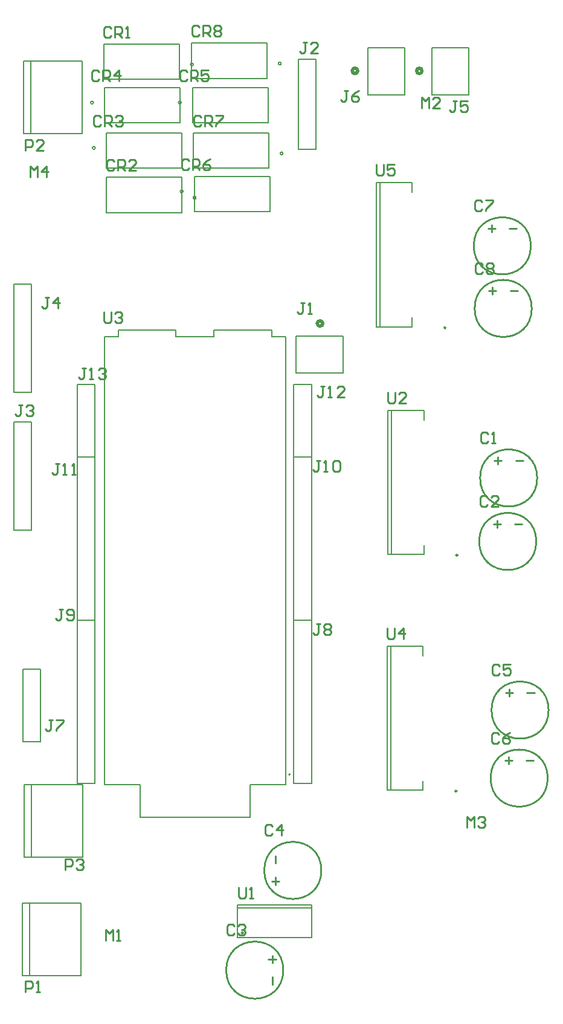
<source format=gbr>
%TF.GenerationSoftware,Altium Limited,Altium Designer,25.8.1 (18)*%
G04 Layer_Color=65535*
%FSLAX45Y45*%
%MOMM*%
%TF.SameCoordinates,1B6F2BE7-5339-4887-9720-52C865558AB3*%
%TF.FilePolarity,Positive*%
%TF.FileFunction,Legend,Top*%
%TF.Part,Single*%
G01*
G75*
%TA.AperFunction,NonConductor*%
%ADD34C,0.25400*%
%ADD35C,0.50800*%
%ADD36C,0.20000*%
%ADD37C,0.25000*%
%ADD38C,0.15240*%
%ADD39C,0.12700*%
D34*
X14316800Y5384800D02*
G03*
X14316800Y5384800I-400000J0D01*
G01*
X14067599Y11887200D02*
G03*
X14067599Y11887200I-400000J0D01*
G01*
X14080299Y11010900D02*
G03*
X14080299Y11010900I-400000J0D01*
G01*
X11131500Y3139300D02*
G03*
X11131500Y3139300I-400000J0D01*
G01*
X10598100Y1742300D02*
G03*
X10598100Y1742300I-400000J0D01*
G01*
X14143800Y7747000D02*
G03*
X14143800Y7747000I-400000J0D01*
G01*
X14156500Y8636000D02*
G03*
X14156500Y8636000I-400000J0D01*
G01*
X14304100Y4432300D02*
G03*
X14304100Y4432300I-400000J0D01*
G01*
X14014301Y5629800D02*
X14119299D01*
X13714301D02*
X13819299D01*
X13766800Y5577300D02*
Y5682300D01*
X13517599Y12079700D02*
Y12184700D01*
X13465100Y12132200D02*
X13570100D01*
X13765100D02*
X13870100D01*
X13530299Y11203400D02*
Y11308400D01*
X13477800Y11255900D02*
X13582800D01*
X13777800D02*
X13882800D01*
X10434000Y2989300D02*
X10539000D01*
X10486500Y2936800D02*
Y3041800D01*
Y3236800D02*
Y3341800D01*
X10390600Y1892300D02*
X10495600D01*
X10443100Y1839800D02*
Y1944800D01*
Y1539800D02*
Y1644800D01*
X13593800Y7939500D02*
Y8044500D01*
X13541299Y7992000D02*
X13646300D01*
X13841299D02*
X13946300D01*
X13606500Y8828500D02*
Y8933500D01*
X13553999Y8881000D02*
X13659000D01*
X13853999D02*
X13959000D01*
X13754100Y4624800D02*
Y4729800D01*
X13701601Y4677300D02*
X13806599D01*
X14001601D02*
X14106599D01*
X7315208Y11163275D02*
X7264425D01*
X7289817D01*
Y11036317D01*
X7264425Y11010925D01*
X7239033D01*
X7213641Y11036317D01*
X7442167Y11010925D02*
Y11163275D01*
X7365992Y11087100D01*
X7467559D01*
X13632147Y5999439D02*
X13606755Y6024831D01*
X13555972D01*
X13530580Y5999439D01*
Y5897872D01*
X13555972Y5872480D01*
X13606755D01*
X13632147Y5897872D01*
X13784499Y6024831D02*
X13682932D01*
Y5948655D01*
X13733714Y5974047D01*
X13759106D01*
X13784499Y5948655D01*
Y5897872D01*
X13759106Y5872480D01*
X13708324D01*
X13682932Y5897872D01*
X11112529Y8877275D02*
X11061745D01*
X11087137D01*
Y8750317D01*
X11061745Y8724925D01*
X11036354D01*
X11010962Y8750317D01*
X11163312Y8724925D02*
X11214096D01*
X11188704D01*
Y8877275D01*
X11163312Y8851883D01*
X11290271D02*
X11315663Y8877275D01*
X11366447D01*
X11391839Y8851883D01*
Y8750317D01*
X11366447Y8724925D01*
X11315663D01*
X11290271Y8750317D01*
Y8851883D01*
X10894027Y11092131D02*
X10843243D01*
X10868635D01*
Y10965172D01*
X10843243Y10939780D01*
X10817852D01*
X10792460Y10965172D01*
X10944811Y10939780D02*
X10995594D01*
X10970203D01*
Y11092131D01*
X10944811Y11066739D01*
X11112508Y6591275D02*
X11061725D01*
X11087117D01*
Y6464317D01*
X11061725Y6438925D01*
X11036333D01*
X11010941Y6464317D01*
X11163292Y6565883D02*
X11188684Y6591275D01*
X11239467D01*
X11264859Y6565883D01*
Y6540492D01*
X11239467Y6515100D01*
X11264859Y6489708D01*
Y6464317D01*
X11239467Y6438925D01*
X11188684D01*
X11163292Y6464317D01*
Y6489708D01*
X11188684Y6515100D01*
X11163292Y6540492D01*
Y6565883D01*
X11188684Y6515100D02*
X11239467D01*
X11176029Y9918675D02*
X11125245D01*
X11150637D01*
Y9791717D01*
X11125245Y9766325D01*
X11099854D01*
X11074462Y9791717D01*
X11226812Y9766325D02*
X11277596D01*
X11252204D01*
Y9918675D01*
X11226812Y9893283D01*
X11455339Y9766325D02*
X11353771D01*
X11455339Y9867892D01*
Y9893283D01*
X11429947Y9918675D01*
X11379163D01*
X11353771Y9893283D01*
X7505708Y6794475D02*
X7454925D01*
X7480317D01*
Y6667517D01*
X7454925Y6642125D01*
X7429533D01*
X7404141Y6667517D01*
X7556492D02*
X7581884Y6642125D01*
X7632667D01*
X7658059Y6667517D01*
Y6769083D01*
X7632667Y6794475D01*
X7581884D01*
X7556492Y6769083D01*
Y6743692D01*
X7581884Y6718300D01*
X7658059D01*
X7454921Y8839175D02*
X7404137D01*
X7429529D01*
Y8712217D01*
X7404137Y8686825D01*
X7378745D01*
X7353354Y8712217D01*
X7505704Y8686825D02*
X7556488D01*
X7531096D01*
Y8839175D01*
X7505704Y8813783D01*
X7632663Y8686825D02*
X7683447D01*
X7658055D01*
Y8839175D01*
X7632663Y8813783D01*
X7830787Y10177731D02*
X7780003D01*
X7805395D01*
Y10050772D01*
X7780003Y10025380D01*
X7754612D01*
X7729220Y10050772D01*
X7881571Y10025380D02*
X7932354D01*
X7906963D01*
Y10177731D01*
X7881571Y10152339D01*
X8008530D02*
X8033921Y10177731D01*
X8084705D01*
X8110097Y10152339D01*
Y10126947D01*
X8084705Y10101555D01*
X8059313D01*
X8084705D01*
X8110097Y10076163D01*
Y10050772D01*
X8084705Y10025380D01*
X8033921D01*
X8008530Y10050772D01*
X7053580Y12847321D02*
Y12999670D01*
X7104363Y12948888D01*
X7155147Y12999670D01*
Y12847321D01*
X7282106D02*
Y12999670D01*
X7205931Y12923495D01*
X7307498D01*
X13174980Y3741420D02*
Y3893771D01*
X13225763Y3842987D01*
X13276547Y3893771D01*
Y3741420D01*
X13327332Y3868379D02*
X13352724Y3893771D01*
X13403506D01*
X13428899Y3868379D01*
Y3842987D01*
X13403506Y3817595D01*
X13378114D01*
X13403506D01*
X13428899Y3792203D01*
Y3766812D01*
X13403506Y3741420D01*
X13352724D01*
X13327332Y3766812D01*
X12539980Y13812520D02*
Y13964871D01*
X12590763Y13914087D01*
X12641547Y13964871D01*
Y13812520D01*
X12793898D02*
X12692331D01*
X12793898Y13914087D01*
Y13939479D01*
X12768506Y13964871D01*
X12717723D01*
X12692331Y13939479D01*
X8107680Y2153920D02*
Y2306271D01*
X8158463Y2255487D01*
X8209247Y2306271D01*
Y2153920D01*
X8260031D02*
X8310814D01*
X8285423D01*
Y2306271D01*
X8260031Y2280879D01*
X10929587Y14737032D02*
X10878803D01*
X10904195D01*
Y14610072D01*
X10878803Y14584680D01*
X10853412D01*
X10828020Y14610072D01*
X11081938Y14584680D02*
X10980371D01*
X11081938Y14686247D01*
Y14711639D01*
X11056546Y14737032D01*
X11005763D01*
X10980371Y14711639D01*
X11899900Y13025072D02*
Y12898112D01*
X11925292Y12872720D01*
X11976075D01*
X12001467Y12898112D01*
Y13025072D01*
X12153818D02*
X12052251D01*
Y12948895D01*
X12103034Y12974287D01*
X12128426D01*
X12153818Y12948895D01*
Y12898112D01*
X12128426Y12872720D01*
X12077643D01*
X12052251Y12898112D01*
X12052300Y6535371D02*
Y6408412D01*
X12077692Y6383020D01*
X12128475D01*
X12153867Y6408412D01*
Y6535371D01*
X12280826Y6383020D02*
Y6535371D01*
X12204651Y6459195D01*
X12306218D01*
X8087360Y10960051D02*
Y10833092D01*
X8112752Y10807700D01*
X8163535D01*
X8188927Y10833092D01*
Y10960051D01*
X8239711Y10934659D02*
X8265103Y10960051D01*
X8315886D01*
X8341278Y10934659D01*
Y10909267D01*
X8315886Y10883875D01*
X8290494D01*
X8315886D01*
X8341278Y10858483D01*
Y10833092D01*
X8315886Y10807700D01*
X8265103D01*
X8239711Y10833092D01*
X12065000Y9837371D02*
Y9710412D01*
X12090392Y9685020D01*
X12141175D01*
X12166567Y9710412D01*
Y9837371D01*
X12318918Y9685020D02*
X12217351D01*
X12318918Y9786587D01*
Y9811979D01*
X12293526Y9837371D01*
X12242743D01*
X12217351Y9811979D01*
X9972040Y2898091D02*
Y2771132D01*
X9997432Y2745740D01*
X10048215D01*
X10073607Y2771132D01*
Y2898091D01*
X10124391Y2745740D02*
X10175174D01*
X10149783D01*
Y2898091D01*
X10124391Y2872699D01*
X7543841Y3149625D02*
Y3301975D01*
X7620017D01*
X7645408Y3276583D01*
Y3225800D01*
X7620017Y3200408D01*
X7543841D01*
X7696192Y3276583D02*
X7721584Y3301975D01*
X7772367D01*
X7797759Y3276583D01*
Y3251192D01*
X7772367Y3225800D01*
X7746975D01*
X7772367D01*
X7797759Y3200408D01*
Y3175017D01*
X7772367Y3149625D01*
X7721584D01*
X7696192Y3175017D01*
X6985041Y13220724D02*
Y13373074D01*
X7061217D01*
X7086608Y13347684D01*
Y13296899D01*
X7061217Y13271507D01*
X6985041D01*
X7238959Y13220724D02*
X7137392D01*
X7238959Y13322292D01*
Y13347684D01*
X7213567Y13373074D01*
X7162784D01*
X7137392Y13347684D01*
X6985033Y1435125D02*
Y1587475D01*
X7061208D01*
X7086600Y1562083D01*
Y1511300D01*
X7061208Y1485908D01*
X6985033D01*
X7137384Y1435125D02*
X7188167D01*
X7162776D01*
Y1587475D01*
X7137384Y1562083D01*
X7366008Y5245075D02*
X7315225D01*
X7340617D01*
Y5118117D01*
X7315225Y5092725D01*
X7289833D01*
X7264441Y5118117D01*
X7416792Y5245075D02*
X7518359D01*
Y5219683D01*
X7416792Y5118117D01*
Y5092725D01*
X11506208Y14058875D02*
X11455425D01*
X11480817D01*
Y13931917D01*
X11455425Y13906525D01*
X11430033D01*
X11404641Y13931917D01*
X11658559Y14058875D02*
X11607775Y14033482D01*
X11556992Y13982700D01*
Y13931917D01*
X11582384Y13906525D01*
X11633167D01*
X11658559Y13931917D01*
Y13957307D01*
X11633167Y13982700D01*
X11556992D01*
X13030208Y13919176D02*
X12979425D01*
X13004817D01*
Y13792216D01*
X12979425Y13766824D01*
X12954033D01*
X12928641Y13792216D01*
X13182559Y13919176D02*
X13080992D01*
Y13842999D01*
X13131775Y13868391D01*
X13157167D01*
X13182559Y13842999D01*
Y13792216D01*
X13157167Y13766824D01*
X13106384D01*
X13080992Y13792216D01*
X6941787Y9657031D02*
X6891003D01*
X6916395D01*
Y9530072D01*
X6891003Y9504680D01*
X6865612D01*
X6840220Y9530072D01*
X6992571Y9631639D02*
X7017963Y9657031D01*
X7068746D01*
X7094138Y9631639D01*
Y9606247D01*
X7068746Y9580855D01*
X7043354D01*
X7068746D01*
X7094138Y9555463D01*
Y9530072D01*
X7068746Y9504680D01*
X7017963D01*
X6992571Y9530072D01*
X9420827Y14950398D02*
X9395435Y14975790D01*
X9344652D01*
X9319260Y14950398D01*
Y14848833D01*
X9344652Y14823441D01*
X9395435D01*
X9420827Y14848833D01*
X9471611Y14823441D02*
Y14975790D01*
X9547786D01*
X9573178Y14950398D01*
Y14899615D01*
X9547786Y14874223D01*
X9471611D01*
X9522394D02*
X9573178Y14823441D01*
X9623961Y14950398D02*
X9649353Y14975790D01*
X9700137D01*
X9725529Y14950398D01*
Y14925008D01*
X9700137Y14899615D01*
X9725529Y14874223D01*
Y14848833D01*
X9700137Y14823441D01*
X9649353D01*
X9623961Y14848833D01*
Y14874223D01*
X9649353Y14899615D01*
X9623961Y14925008D01*
Y14950398D01*
X9649353Y14899615D02*
X9700137D01*
X9446227Y13690559D02*
X9420835Y13715952D01*
X9370052D01*
X9344660Y13690559D01*
Y13588992D01*
X9370052Y13563600D01*
X9420835D01*
X9446227Y13588992D01*
X9497011Y13563600D02*
Y13715952D01*
X9573186D01*
X9598578Y13690559D01*
Y13639775D01*
X9573186Y13614383D01*
X9497011D01*
X9547794D02*
X9598578Y13563600D01*
X9649361Y13715952D02*
X9750929D01*
Y13690559D01*
X9649361Y13588992D01*
Y13563600D01*
X9273507Y13080959D02*
X9248115Y13106351D01*
X9197332D01*
X9171940Y13080959D01*
Y12979391D01*
X9197332Y12953999D01*
X9248115D01*
X9273507Y12979391D01*
X9324291Y12953999D02*
Y13106351D01*
X9400466D01*
X9425858Y13080959D01*
Y13030174D01*
X9400466Y13004784D01*
X9324291D01*
X9375074D02*
X9425858Y12953999D01*
X9578209Y13106351D02*
X9527425Y13080959D01*
X9476641Y13030174D01*
Y12979391D01*
X9502033Y12953999D01*
X9552817D01*
X9578209Y12979391D01*
Y13004784D01*
X9552817Y13030174D01*
X9476641D01*
X9248107Y14325558D02*
X9222715Y14350951D01*
X9171932D01*
X9146540Y14325558D01*
Y14223991D01*
X9171932Y14198599D01*
X9222715D01*
X9248107Y14223991D01*
X9298891Y14198599D02*
Y14350951D01*
X9375066D01*
X9400458Y14325558D01*
Y14274776D01*
X9375066Y14249384D01*
X9298891D01*
X9349674D02*
X9400458Y14198599D01*
X9552809Y14350951D02*
X9451241D01*
Y14274776D01*
X9502025Y14300166D01*
X9527417D01*
X9552809Y14274776D01*
Y14223991D01*
X9527417Y14198599D01*
X9476633D01*
X9451241Y14223991D01*
X8016207Y14325558D02*
X7990815Y14350951D01*
X7940032D01*
X7914640Y14325558D01*
Y14223991D01*
X7940032Y14198599D01*
X7990815D01*
X8016207Y14223991D01*
X8066991Y14198599D02*
Y14350951D01*
X8143166D01*
X8168558Y14325558D01*
Y14274776D01*
X8143166Y14249384D01*
X8066991D01*
X8117774D02*
X8168558Y14198599D01*
X8295517D02*
Y14350951D01*
X8219341Y14274776D01*
X8320909D01*
X8041607Y13690559D02*
X8016215Y13715952D01*
X7965432D01*
X7940040Y13690559D01*
Y13588992D01*
X7965432Y13563600D01*
X8016215D01*
X8041607Y13588992D01*
X8092391Y13563600D02*
Y13715952D01*
X8168566D01*
X8193958Y13690559D01*
Y13639775D01*
X8168566Y13614383D01*
X8092391D01*
X8143174D02*
X8193958Y13563600D01*
X8244741Y13690559D02*
X8270133Y13715952D01*
X8320917D01*
X8346309Y13690559D01*
Y13665167D01*
X8320917Y13639775D01*
X8295525D01*
X8320917D01*
X8346309Y13614383D01*
Y13588992D01*
X8320917Y13563600D01*
X8270133D01*
X8244741Y13588992D01*
X8227027Y13070799D02*
X8201635Y13096191D01*
X8150852D01*
X8125460Y13070799D01*
Y12969232D01*
X8150852Y12943840D01*
X8201635D01*
X8227027Y12969232D01*
X8277811Y12943840D02*
Y13096191D01*
X8353986D01*
X8379378Y13070799D01*
Y13020015D01*
X8353986Y12994623D01*
X8277811D01*
X8328594D02*
X8379378Y12943840D01*
X8531729D02*
X8430161D01*
X8531729Y13045407D01*
Y13070799D01*
X8506337Y13096191D01*
X8455553D01*
X8430161Y13070799D01*
X8188927Y14935159D02*
X8163535Y14960551D01*
X8112752D01*
X8087360Y14935159D01*
Y14833592D01*
X8112752Y14808200D01*
X8163535D01*
X8188927Y14833592D01*
X8239711Y14808200D02*
Y14960551D01*
X8315886D01*
X8341278Y14935159D01*
Y14884375D01*
X8315886Y14858983D01*
X8239711D01*
X8290494D02*
X8341278Y14808200D01*
X8392061D02*
X8442845D01*
X8417453D01*
Y14960551D01*
X8392061Y14935159D01*
X13393387Y11625539D02*
X13367995Y11650931D01*
X13317212D01*
X13291820Y11625539D01*
Y11523972D01*
X13317212Y11498580D01*
X13367995D01*
X13393387Y11523972D01*
X13444171Y11625539D02*
X13469563Y11650931D01*
X13520346D01*
X13545738Y11625539D01*
Y11600147D01*
X13520346Y11574755D01*
X13545738Y11549363D01*
Y11523972D01*
X13520346Y11498580D01*
X13469563D01*
X13444171Y11523972D01*
Y11549363D01*
X13469563Y11574755D01*
X13444171Y11600147D01*
Y11625539D01*
X13469563Y11574755D02*
X13520346D01*
X13380687Y12501839D02*
X13355295Y12527231D01*
X13304512D01*
X13279120Y12501839D01*
Y12400272D01*
X13304512Y12374880D01*
X13355295D01*
X13380687Y12400272D01*
X13431471Y12527231D02*
X13533038D01*
Y12501839D01*
X13431471Y12400272D01*
Y12374880D01*
X13619447Y5046939D02*
X13594055Y5072331D01*
X13543272D01*
X13517880Y5046939D01*
Y4945372D01*
X13543272Y4919980D01*
X13594055D01*
X13619447Y4945372D01*
X13771799Y5072331D02*
X13721014Y5046939D01*
X13670232Y4996155D01*
Y4945372D01*
X13695622Y4919980D01*
X13746407D01*
X13771799Y4945372D01*
Y4970763D01*
X13746407Y4996155D01*
X13670232D01*
X10446987Y3754079D02*
X10421595Y3779471D01*
X10370812D01*
X10345420Y3754079D01*
Y3652512D01*
X10370812Y3627120D01*
X10421595D01*
X10446987Y3652512D01*
X10573946Y3627120D02*
Y3779471D01*
X10497771Y3703295D01*
X10599338D01*
X9913587Y2357079D02*
X9888195Y2382471D01*
X9837412D01*
X9812020Y2357079D01*
Y2255512D01*
X9837412Y2230120D01*
X9888195D01*
X9913587Y2255512D01*
X9964371Y2357079D02*
X9989763Y2382471D01*
X10040546D01*
X10065938Y2357079D01*
Y2331687D01*
X10040546Y2306295D01*
X10015154D01*
X10040546D01*
X10065938Y2280903D01*
Y2255512D01*
X10040546Y2230120D01*
X9989763D01*
X9964371Y2255512D01*
X13456886Y8361639D02*
X13431496Y8387031D01*
X13380711D01*
X13355321Y8361639D01*
Y8260072D01*
X13380711Y8234680D01*
X13431496D01*
X13456886Y8260072D01*
X13609238Y8234680D02*
X13507671D01*
X13609238Y8336247D01*
Y8361639D01*
X13583846Y8387031D01*
X13533063D01*
X13507671Y8361639D01*
X13469588Y9250639D02*
X13444196Y9276031D01*
X13393411D01*
X13368021Y9250639D01*
Y9149072D01*
X13393411Y9123680D01*
X13444196D01*
X13469588Y9149072D01*
X13520370Y9123680D02*
X13571153D01*
X13545763D01*
Y9276031D01*
X13520370Y9250639D01*
D35*
X11112500Y10761980D02*
G03*
X11112500Y10838180I0J38100D01*
G01*
D02*
G03*
X11112500Y10761980I0J-38100D01*
G01*
X12466320Y14338300D02*
G03*
X12542520Y14338300I38100J0D01*
G01*
D02*
G03*
X12466320Y14338300I-38100J0D01*
G01*
X11564620D02*
G03*
X11640820Y14338300I38100J0D01*
G01*
D02*
G03*
X11564620Y14338300I-38100J0D01*
G01*
D36*
X10694900Y4483100D02*
G03*
X10694900Y4483100I-10000J0D01*
G01*
X11902100Y10750200D02*
X12402100D01*
X11902100Y12770200D02*
X12402100D01*
Y10750200D02*
Y10883200D01*
Y12637200D02*
Y12770200D01*
X11902100Y10750200D02*
Y12770200D01*
X11952100Y10750200D02*
Y12770200D01*
X9957500Y2609900D02*
X10997500D01*
X9957500Y2199900D02*
Y2659900D01*
X9957500Y2199900D02*
X10997500D01*
Y2659900D01*
X9957500D02*
X10997500D01*
X12067200Y7562500D02*
X12567200D01*
X12067200Y9582500D02*
X12567200D01*
Y7562500D02*
Y7695500D01*
Y9449500D02*
Y9582500D01*
X12067200Y7562500D02*
Y9582500D01*
X12117200Y7562500D02*
Y9582500D01*
X12054500Y4260500D02*
X12554500D01*
X12054500Y6280500D02*
X12554500D01*
Y4260500D02*
Y4393500D01*
Y6147500D02*
Y6280500D01*
X12054500Y4260500D02*
Y6280500D01*
X12104500Y4260500D02*
Y6280500D01*
D37*
X12877600Y10741200D02*
G03*
X12877600Y10741200I-12500J0D01*
G01*
X10035000Y2264900D02*
G03*
X10035000Y2264900I-12500J0D01*
G01*
X13042700Y7553500D02*
G03*
X13042700Y7553500I-12500J0D01*
G01*
X13030000Y4251500D02*
G03*
X13030000Y4251500I-12500J0D01*
G01*
D38*
X9375140Y12560300D02*
G03*
X9375140Y12560300I-20320J0D01*
G01*
X9337040Y14427200D02*
G03*
X9337040Y14427200I-20320J0D01*
G01*
X7937500Y13893800D02*
G03*
X7937500Y13893800I-20320J0D01*
G01*
X7962900Y13258800D02*
G03*
X7962900Y13258800I-20320J0D01*
G01*
X9194800Y12649200D02*
G03*
X9194800Y12649200I-20320J0D01*
G01*
X9169400Y13893800D02*
G03*
X9169400Y13893800I-20320J0D01*
G01*
X10568940Y14439900D02*
G03*
X10568940Y14439900I-20320J0D01*
G01*
X10594340Y13182600D02*
G03*
X10594340Y13182600I-20320J0D01*
G01*
X10774680Y10622280D02*
X11435080D01*
Y10104120D02*
Y10622280D01*
X10774680Y10104120D02*
X11435080D01*
X10774680D02*
Y10622280D01*
X12682220Y14000481D02*
X13200380D01*
Y14660880D01*
X12682220D02*
X13200380D01*
X12682220Y14000481D02*
Y14660880D01*
X11780520Y14000481D02*
X12298680D01*
Y14660880D01*
X11780520D02*
X12298680D01*
X11780520Y14000481D02*
Y14660880D01*
X9177020Y12350750D02*
Y12846049D01*
X8120380Y12350750D02*
X9177020D01*
X8120380D02*
Y12846049D01*
X9177020D01*
X9138920Y14217650D02*
Y14712950D01*
X8082280Y14217650D02*
X9138920D01*
X8082280D02*
Y14712950D01*
X9138920D01*
X8094980Y13608051D02*
Y14103349D01*
X9151620D01*
Y13608051D02*
Y14103349D01*
X8094980Y13608051D02*
X9151620D01*
X8120380Y12973050D02*
Y13468350D01*
X9177020D01*
Y12973050D02*
Y13468350D01*
X8120380Y12973050D02*
X9177020D01*
X9352280Y12363450D02*
Y12858749D01*
X10408920D01*
Y12363450D02*
Y12858749D01*
X9352280Y12363450D02*
X10408920D01*
X9326880Y13608051D02*
Y14103349D01*
X10383520D01*
Y13608051D02*
Y14103349D01*
X9326880Y13608051D02*
X10383520D01*
X10370820Y14230350D02*
Y14725650D01*
X9314180Y14230350D02*
X10370820D01*
X9314180D02*
Y14725650D01*
X10370820D01*
X10396220Y12973050D02*
Y13468350D01*
X9339580Y12973050D02*
X10396220D01*
X9339580D02*
Y13468350D01*
X10396220D01*
D39*
X6821900Y9831800D02*
Y11351800D01*
X7071900Y9831800D02*
Y11351800D01*
X6821900Y9831800D02*
X7071900D01*
X6821900Y11351800D02*
X7071900D01*
X10996200Y6644100D02*
Y8926100D01*
X10746200Y6644100D02*
Y8926100D01*
X10996200D01*
X10746200Y6644100D02*
X10996200D01*
Y4358100D02*
Y6640100D01*
X10746200Y4358100D02*
Y6640100D01*
X10996200D01*
X10746200Y4358100D02*
X10996200D01*
X10746200Y8930100D02*
X10996200D01*
X10746200D02*
Y9942100D01*
X10996200Y8930100D02*
Y9942100D01*
X10746200D02*
X10996200D01*
X7710900Y4358100D02*
Y6640100D01*
X7960900Y4358100D02*
Y6640100D01*
X7710900Y4358100D02*
X7960900D01*
X7710900Y6640100D02*
X7960900D01*
X7710900Y6644100D02*
Y8926100D01*
X7960900Y6644100D02*
Y8926100D01*
X7710900Y6644100D02*
X7960900D01*
X7710900Y8926100D02*
X7960900D01*
X7710900Y9942100D02*
X7960900D01*
Y8930100D02*
Y9942100D01*
X7710900Y8930100D02*
Y9942100D01*
Y8930100D02*
X7960900D01*
X10129900Y4343100D02*
X10629900D01*
X8089900D02*
X8589900D01*
X8089900D02*
Y10617100D01*
X8284900D01*
X9094900D02*
X9624900D01*
X10434900D02*
X10629900D01*
Y4343100D02*
Y10617100D01*
X10434900D02*
Y10704100D01*
X9624900D02*
X10434900D01*
X9624900Y10617100D02*
Y10704100D01*
X9094900Y10617100D02*
Y10704100D01*
X8284900D02*
X9094900D01*
X8284900Y10617100D02*
Y10704100D01*
X10129900Y3879800D02*
Y4343100D01*
X8589900Y3879800D02*
X10129900D01*
X8589900D02*
Y4343100D01*
X6948900Y5954300D02*
X7198900D01*
Y4942300D02*
Y5954300D01*
X6948900Y4942300D02*
Y5954300D01*
Y4942300D02*
X7198900D01*
X10813200Y14501401D02*
X11059700D01*
X10809700Y14497900D02*
X10813200Y14501401D01*
X10809700Y13235400D02*
Y14497900D01*
X11059700Y13235400D02*
Y14501401D01*
X10809700Y13235400D02*
X11059700D01*
X7763300Y1663700D02*
Y2679700D01*
X7043300Y1663700D02*
X7763300D01*
X6943300D02*
X7043300D01*
X6943300D02*
Y2679700D01*
X7043300D01*
X7763300D01*
X7043300Y1663700D02*
Y2679700D01*
X7788700Y3327400D02*
Y4343400D01*
X7068700Y3327400D02*
X7788700D01*
X6968700D02*
X7068700D01*
X6968700D02*
Y4343400D01*
X7068700D01*
X7788700D01*
X7068700Y3327400D02*
Y4343400D01*
X7776000Y13462000D02*
Y14478000D01*
X7056000Y13462000D02*
X7776000D01*
X6956000D02*
X7056000D01*
X6956000D02*
Y14478000D01*
X7056000D01*
X7776000D01*
X7056000Y13462000D02*
Y14478000D01*
X6821900Y9421400D02*
X7071900D01*
X6821900Y7901400D02*
X7071900D01*
Y9421400D01*
X6821900Y7901400D02*
Y9421400D01*
%TF.MD5,69564bcf922bf97aab71261e33e9b7c4*%
M02*

</source>
